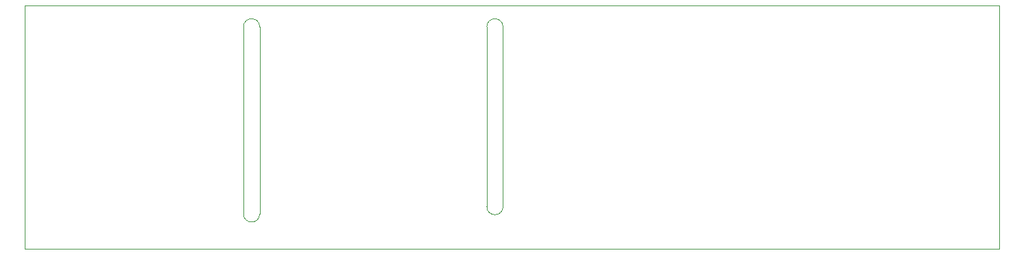
<source format=gm1>
%TF.GenerationSoftware,KiCad,Pcbnew,9.0.0+dfsg-1*%
%TF.CreationDate,2025-03-17T12:29:01+01:00*%
%TF.ProjectId,control-matrix-6,636f6e74-726f-46c2-9d6d-61747269782d,1.0*%
%TF.SameCoordinates,Original*%
%TF.FileFunction,Profile,NP*%
%FSLAX46Y46*%
G04 Gerber Fmt 4.6, Leading zero omitted, Abs format (unit mm)*
G04 Created by KiCad (PCBNEW 9.0.0+dfsg-1) date 2025-03-17 12:29:01*
%MOMM*%
%LPD*%
G01*
G04 APERTURE LIST*
%TA.AperFunction,Profile*%
%ADD10C,0.050000*%
%TD*%
G04 APERTURE END LIST*
D10*
X86950000Y-82600000D02*
G75*
G02*
X88950000Y-82600000I1000000J0D01*
G01*
X116900000Y-104800000D02*
X116900000Y-82600000D01*
X88950000Y-82600000D02*
X88950000Y-105700000D01*
X116900000Y-82600000D02*
G75*
G02*
X118900000Y-82600000I1000000J0D01*
G01*
X88950000Y-105700000D02*
G75*
G02*
X86950000Y-105700000I-1000000J0D01*
G01*
X118900000Y-82600000D02*
X118900000Y-104800000D01*
X86950000Y-105700000D02*
X86950000Y-82600000D01*
X60000000Y-80000000D02*
X180000000Y-80000000D01*
X180000000Y-110000000D01*
X60000000Y-110000000D01*
X60000000Y-80000000D01*
X118900000Y-104800000D02*
G75*
G02*
X116900000Y-104800000I-1000000J0D01*
G01*
M02*

</source>
